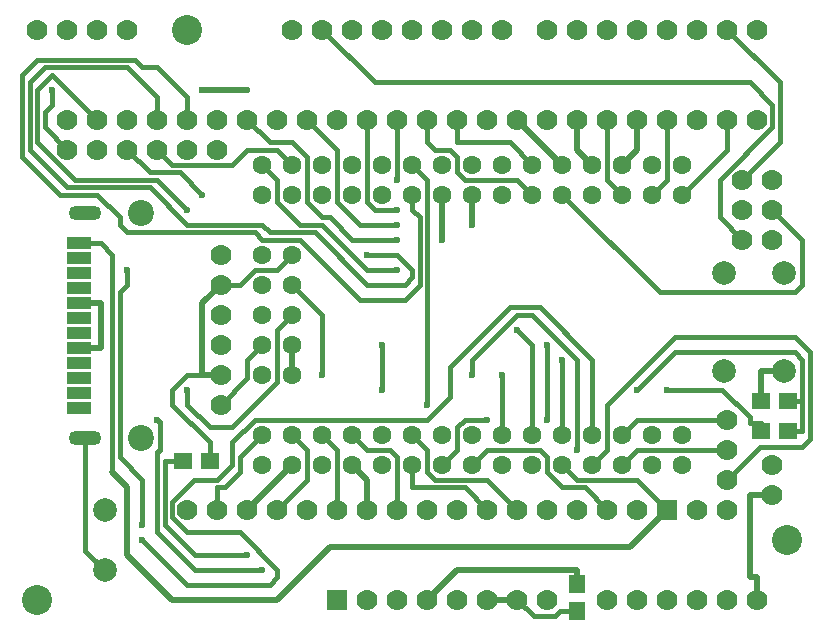
<source format=gbr>
G04 GERBER ASCII OUTPUT FROM: EDWINXP (VER. 1.61 REV. 20080915)*
G04 GERBER FORMAT: RX-274-X*
G04 BOARD: AMICUS_ETHERNET_SHIELD*
G04 ARTWORK OF COMP.LAYER POSITIVE*
%ASAXBY*%
%FSLAX23Y23*%
%MIA0B0*%
%MOIN*%
%OFA0.0000B0.0000*%
%SFA1B1*%
%IJA0B0*%
%INLAYER2POS*%
%IOA0B0*%
%IPPOS*%
%IR0*%
G04 APERTURE MACROS*
%AMEDWDONUT*
1,1,$1,$2,$3*
1,0,$4,$2,$3*
%
%AMEDWFRECT*
20,1,$1,$2,$3,$4,$5,$6*
%
%AMEDWORECT*
20,1,$1,$2,$3,$4,$5,$10*
20,1,$1,$4,$5,$6,$7,$10*
20,1,$1,$6,$7,$8,$9,$10*
20,1,$1,$8,$9,$2,$3,$10*
1,1,$1,$2,$3*
1,1,$1,$4,$5*
1,1,$1,$6,$7*
1,1,$1,$8,$9*
%
%AMEDWLINER*
20,1,$1,$2,$3,$4,$5,$6*
1,1,$1,$2,$3*
1,1,$1,$4,$5*
%
%AMEDWFTRNG*
4,1,3,$1,$2,$3,$4,$5,$6,$7,$8,$9*
%
%AMEDWATRNG*
4,1,3,$1,$2,$3,$4,$5,$6,$7,$8,$9*
20,1,$11,$1,$2,$3,$4,$10*
20,1,$11,$3,$4,$5,$6,$10*
20,1,$11,$5,$6,$7,$8,$10*
1,1,$11,$3,$4*
1,1,$11,$5,$6*
1,1,$11,$7,$8*
%
%AMEDWOTRNG*
20,1,$1,$2,$3,$4,$5,$8*
20,1,$1,$4,$5,$6,$7,$8*
20,1,$1,$6,$7,$2,$3,$8*
1,1,$1,$2,$3*
1,1,$1,$4,$5*
1,1,$1,$6,$7*
%
G04*
G04 APERTURE LIST*
%ADD10R,0.0700X0.0650*%
%ADD11R,0.0940X0.0890*%
%ADD12R,0.0600X0.0550*%
%ADD13R,0.0840X0.0790*%
%ADD14R,0.0650X0.0700*%
%ADD15R,0.0890X0.0940*%
%ADD16R,0.0550X0.0600*%
%ADD17R,0.0790X0.0840*%
%ADD18R,0.0860X0.0860*%
%ADD19R,0.1100X0.1100*%
%ADD20R,0.0700X0.0700*%
%ADD21R,0.0940X0.0940*%
%ADD22R,0.08661X0.04724*%
%ADD23R,0.11061X0.07124*%
%ADD24R,0.07874X0.03937*%
%ADD25R,0.10274X0.06337*%
%ADD26EDWLINER,0.05512X0.0315X0.0000X-0.0315X0.0000X0.0000*%
%ADD27EDWLINER,0.05512X-0.0315X0.0000X0.0315X0.0000X0.0000*%
%ADD28EDWLINER,0.04724X0.0315X0.0000X-0.0315X0.0000X0.0000*%
%ADD29EDWLINER,0.04724X-0.0315X0.0000X0.0315X0.0000X0.0000*%
%ADD30C,0.00039*%
%ADD32C,0.0010*%
%ADD34C,0.00118*%
%ADD36C,0.00197*%
%ADD38C,0.0020*%
%ADD39R,0.0020X0.0020*%
%ADD40C,0.0030*%
%ADD41R,0.0030X0.0030*%
%ADD42C,0.00394*%
%ADD44C,0.0040*%
%ADD45R,0.0040X0.0040*%
%ADD46C,0.0050*%
%ADD47R,0.0050X0.0050*%
%ADD48C,0.00512*%
%ADD49R,0.00512X0.00512*%
%ADD50C,0.00591*%
%ADD51R,0.00591X0.00591*%
%ADD52C,0.00659*%
%ADD53R,0.00659X0.00659*%
%ADD54C,0.00787*%
%ADD55R,0.00787X0.00787*%
%ADD56C,0.00799*%
%ADD58C,0.0080*%
%ADD60C,0.00886*%
%ADD61R,0.00886X0.00886*%
%ADD62C,0.00984*%
%ADD63R,0.00984X0.00984*%
%ADD64C,0.0100*%
%ADD65R,0.0100X0.0100*%
%ADD66C,0.01181*%
%ADD67R,0.01181X0.01181*%
%ADD68C,0.0120*%
%ADD70C,0.0126*%
%ADD71R,0.0126X0.0126*%
%ADD72C,0.0130*%
%ADD73R,0.0130X0.0130*%
%ADD74C,0.01378*%
%ADD75R,0.01378X0.01378*%
%ADD76C,0.0150*%
%ADD77R,0.0150X0.0150*%
%ADD78C,0.01575*%
%ADD80C,0.01654*%
%ADD81R,0.01654X0.01654*%
%ADD82C,0.01698*%
%ADD83R,0.01698X0.01698*%
%ADD84C,0.01797*%
%ADD85R,0.01797X0.01797*%
%ADD86C,0.01895*%
%ADD87R,0.01895X0.01895*%
%ADD88C,0.01969*%
%ADD89R,0.01969X0.01969*%
%ADD90C,0.01994*%
%ADD91R,0.01994X0.01994*%
%ADD92C,0.0200*%
%ADD94C,0.02092*%
%ADD95R,0.02092X0.02092*%
%ADD96C,0.02191*%
%ADD97R,0.02191X0.02191*%
%ADD98C,0.02289*%
%ADD99R,0.02289X0.02289*%
%ADD100C,0.02362*%
%ADD101R,0.02362X0.02362*%
%ADD102C,0.02387*%
%ADD103R,0.02387X0.02387*%
%ADD104C,0.0240*%
%ADD105R,0.0240X0.0240*%
%ADD106C,0.02439*%
%ADD107R,0.02439X0.02439*%
%ADD108C,0.02441*%
%ADD109R,0.02441X0.02441*%
%ADD110C,0.02486*%
%ADD111R,0.02486X0.02486*%
%ADD112C,0.0250*%
%ADD113R,0.0250X0.0250*%
%ADD114C,0.02597*%
%ADD116C,0.02683*%
%ADD117R,0.02683X0.02683*%
%ADD118C,0.02756*%
%ADD119R,0.02756X0.02756*%
%ADD120C,0.02781*%
%ADD121R,0.02781X0.02781*%
%ADD122C,0.02794*%
%ADD124C,0.0288*%
%ADD125R,0.0288X0.0288*%
%ADD126C,0.0290*%
%ADD128C,0.02912*%
%ADD129R,0.02912X0.02912*%
%ADD130C,0.03059*%
%ADD131R,0.03059X0.03059*%
%ADD132C,0.03076*%
%ADD133R,0.03076X0.03076*%
%ADD134C,0.0315*%
%ADD135R,0.0315X0.0315*%
%ADD136C,0.03175*%
%ADD137R,0.03175X0.03175*%
%ADD138C,0.03199*%
%ADD139R,0.03199X0.03199*%
%ADD140C,0.0320*%
%ADD141R,0.0320X0.0320*%
%ADD142C,0.03273*%
%ADD143R,0.03273X0.03273*%
%ADD144C,0.03372*%
%ADD145R,0.03372X0.03372*%
%ADD146C,0.03386*%
%ADD147R,0.03386X0.03386*%
%ADD148C,0.0347*%
%ADD149R,0.0347X0.0347*%
%ADD150C,0.0350*%
%ADD151R,0.0350X0.0350*%
%ADD152C,0.03536*%
%ADD153R,0.03536X0.03536*%
%ADD154C,0.03569*%
%ADD155R,0.03569X0.03569*%
%ADD156C,0.03581*%
%ADD157R,0.03581X0.03581*%
%ADD158C,0.0360*%
%ADD160C,0.03667*%
%ADD161R,0.03667X0.03667*%
%ADD162C,0.0370*%
%ADD163R,0.0370X0.0370*%
%ADD164C,0.03765*%
%ADD165R,0.03765X0.03765*%
%ADD166C,0.03778*%
%ADD167R,0.03778X0.03778*%
%ADD168C,0.03864*%
%ADD169R,0.03864X0.03864*%
%ADD170C,0.0390*%
%ADD171R,0.0390X0.0390*%
%ADD172C,0.03937*%
%ADD173R,0.03937X0.03937*%
%ADD174C,0.03975*%
%ADD176C,0.0400*%
%ADD177R,0.0400X0.0400*%
%ADD178C,0.04159*%
%ADD179R,0.04159X0.04159*%
%ADD180C,0.04173*%
%ADD181R,0.04173X0.04173*%
%ADD182C,0.04331*%
%ADD183R,0.04331X0.04331*%
%ADD184C,0.04356*%
%ADD185R,0.04356X0.04356*%
%ADD186C,0.04369*%
%ADD187R,0.04369X0.04369*%
%ADD188C,0.0440*%
%ADD190C,0.04454*%
%ADD191R,0.04454X0.04454*%
%ADD192C,0.0450*%
%ADD193R,0.0450X0.0450*%
%ADD194C,0.04553*%
%ADD195R,0.04553X0.04553*%
%ADD196C,0.04651*%
%ADD197R,0.04651X0.04651*%
%ADD198C,0.0470*%
%ADD199R,0.0470X0.0470*%
%ADD200C,0.04724*%
%ADD201R,0.04724X0.04724*%
%ADD202C,0.0475*%
%ADD203R,0.0475X0.0475*%
%ADD204C,0.04762*%
%ADD205R,0.04762X0.04762*%
%ADD206C,0.0480*%
%ADD207R,0.0480X0.0480*%
%ADD208C,0.0490*%
%ADD209R,0.0490X0.0490*%
%ADD210C,0.04921*%
%ADD211R,0.04921X0.04921*%
%ADD212C,0.04946*%
%ADD213R,0.04946X0.04946*%
%ADD214C,0.04961*%
%ADD215R,0.04961X0.04961*%
%ADD216C,0.0500*%
%ADD217R,0.0500X0.0500*%
%ADD218C,0.05045*%
%ADD219R,0.05045X0.05045*%
%ADD220C,0.05118*%
%ADD221R,0.05118X0.05118*%
%ADD222C,0.05143*%
%ADD223R,0.05143X0.05143*%
%ADD224C,0.05354*%
%ADD225R,0.05354X0.05354*%
%ADD226C,0.0550*%
%ADD227R,0.0550X0.0550*%
%ADD228C,0.05512*%
%ADD229R,0.05512X0.05512*%
%ADD230C,0.0555*%
%ADD231R,0.0555X0.0555*%
%ADD232C,0.0560*%
%ADD233R,0.0560X0.0560*%
%ADD234C,0.05635*%
%ADD235R,0.05635X0.05635*%
%ADD236C,0.0570*%
%ADD237R,0.0570X0.0570*%
%ADD238C,0.05734*%
%ADD239R,0.05734X0.05734*%
%ADD240C,0.05786*%
%ADD241R,0.05786X0.05786*%
%ADD242C,0.0580*%
%ADD243R,0.0580X0.0580*%
%ADD244C,0.0590*%
%ADD245R,0.0590X0.0590*%
%ADD246C,0.05906*%
%ADD247R,0.05906X0.05906*%
%ADD248C,0.05936*%
%ADD249R,0.05936X0.05936*%
%ADD250C,0.05945*%
%ADD251R,0.05945X0.05945*%
%ADD252C,0.0600*%
%ADD253R,0.0600X0.0600*%
%ADD254C,0.0620*%
%ADD256C,0.06201*%
%ADD258C,0.06299*%
%ADD259R,0.06299X0.06299*%
%ADD260C,0.06337*%
%ADD261R,0.06337X0.06337*%
%ADD262C,0.0640*%
%ADD263R,0.0640X0.0640*%
%ADD264C,0.06496*%
%ADD265R,0.06496X0.06496*%
%ADD266C,0.0650*%
%ADD267R,0.0650X0.0650*%
%ADD268C,0.06521*%
%ADD269R,0.06521X0.06521*%
%ADD270C,0.0662*%
%ADD271R,0.0662X0.0662*%
%ADD272C,0.06693*%
%ADD273R,0.06693X0.06693*%
%ADD274C,0.06731*%
%ADD275R,0.06731X0.06731*%
%ADD276C,0.0690*%
%ADD277R,0.0690X0.0690*%
%ADD278C,0.06906*%
%ADD279R,0.06906X0.06906*%
%ADD280C,0.0700*%
%ADD281R,0.0700X0.0700*%
%ADD282C,0.07008*%
%ADD283R,0.07008X0.07008*%
%ADD284C,0.07087*%
%ADD285R,0.07087X0.07087*%
%ADD286C,0.0710*%
%ADD287R,0.0710X0.0710*%
%ADD288C,0.07124*%
%ADD289R,0.07124X0.07124*%
%ADD290C,0.0720*%
%ADD291R,0.0720X0.0720*%
%ADD292C,0.07299*%
%ADD293R,0.07299X0.07299*%
%ADD294C,0.0740*%
%ADD295R,0.0740X0.0740*%
%ADD296C,0.0748*%
%ADD297R,0.0748X0.0748*%
%ADD298C,0.0750*%
%ADD299R,0.0750X0.0750*%
%ADD300C,0.07518*%
%ADD301R,0.07518X0.07518*%
%ADD302C,0.07598*%
%ADD304C,0.0760*%
%ADD305R,0.0760X0.0760*%
%ADD306C,0.07754*%
%ADD307R,0.07754X0.07754*%
%ADD308C,0.07795*%
%ADD309R,0.07795X0.07795*%
%ADD310C,0.07874*%
%ADD311R,0.07874X0.07874*%
%ADD312C,0.0790*%
%ADD313R,0.0790X0.0790*%
%ADD314C,0.07912*%
%ADD315R,0.07912X0.07912*%
%ADD316C,0.0800*%
%ADD317R,0.0800X0.0800*%
%ADD318C,0.0810*%
%ADD319R,0.0810X0.0810*%
%ADD320C,0.0820*%
%ADD321R,0.0820X0.0820*%
%ADD322C,0.08268*%
%ADD323R,0.08268X0.08268*%
%ADD324C,0.08306*%
%ADD325R,0.08306X0.08306*%
%ADD326C,0.08345*%
%ADD327R,0.08345X0.08345*%
%ADD328C,0.0840*%
%ADD329R,0.0840X0.0840*%
%ADD330C,0.08598*%
%ADD332C,0.0860*%
%ADD333R,0.0860X0.0860*%
%ADD334C,0.08601*%
%ADD336C,0.08661*%
%ADD337R,0.08661X0.08661*%
%ADD338C,0.08699*%
%ADD339R,0.08699X0.08699*%
%ADD340C,0.0870*%
%ADD341R,0.0870X0.0870*%
%ADD342C,0.08896*%
%ADD343R,0.08896X0.08896*%
%ADD344C,0.0890*%
%ADD345R,0.0890X0.0890*%
%ADD346C,0.0900*%
%ADD347R,0.0900X0.0900*%
%ADD348C,0.09093*%
%ADD349R,0.09093X0.09093*%
%ADD350C,0.0940*%
%ADD351R,0.0940X0.0940*%
%ADD352C,0.09449*%
%ADD354C,0.09487*%
%ADD356C,0.09528*%
%ADD357R,0.09528X0.09528*%
%ADD358C,0.0970*%
%ADD359R,0.0970X0.0970*%
%ADD360C,0.09843*%
%ADD361R,0.09843X0.09843*%
%ADD362C,0.0988*%
%ADD363R,0.0988X0.0988*%
%ADD364C,0.0990*%
%ADD365R,0.0990X0.0990*%
%ADD366C,0.09998*%
%ADD368C,0.1000*%
%ADD369R,0.1000X0.1000*%
%ADD370C,0.10236*%
%ADD371R,0.10236X0.10236*%
%ADD372C,0.10274*%
%ADD373R,0.10274X0.10274*%
%ADD374C,0.10315*%
%ADD375R,0.10315X0.10315*%
%ADD376C,0.1040*%
%ADD377R,0.1040X0.1040*%
%ADD378C,0.1063*%
%ADD379R,0.1063X0.1063*%
%ADD380C,0.10668*%
%ADD381R,0.10668X0.10668*%
%ADD382C,0.10998*%
%ADD384C,0.1100*%
%ADD385R,0.1100X0.1100*%
%ADD386C,0.11024*%
%ADD387R,0.11024X0.11024*%
%ADD388C,0.11061*%
%ADD389R,0.11061X0.11061*%
%ADD390C,0.1110*%
%ADD391R,0.1110X0.1110*%
%ADD392C,0.1120*%
%ADD393R,0.1120X0.1120*%
%ADD394C,0.1140*%
%ADD395R,0.1140X0.1140*%
%ADD396C,0.1150*%
%ADD397R,0.1150X0.1150*%
%ADD398C,0.11811*%
%ADD399R,0.11811X0.11811*%
%ADD400C,0.1200*%
%ADD401R,0.1200X0.1200*%
%ADD402C,0.1210*%
%ADD403R,0.1210X0.1210*%
%ADD404C,0.12243*%
%ADD405R,0.12243X0.12243*%
%ADD406C,0.1240*%
%ADD407R,0.1240X0.1240*%
%ADD408C,0.1250*%
%ADD409R,0.1250X0.1250*%
%ADD410C,0.12598*%
%ADD411R,0.12598X0.12598*%
%ADD412C,0.12636*%
%ADD413R,0.12636X0.12636*%
%ADD414C,0.12992*%
%ADD415R,0.12992X0.12992*%
%ADD416C,0.1300*%
%ADD417R,0.1300X0.1300*%
%ADD418C,0.1340*%
%ADD419R,0.1340X0.1340*%
%ADD420C,0.1350*%
%ADD421R,0.1350X0.1350*%
%ADD422C,0.1378*%
%ADD423R,0.1378X0.1378*%
%ADD424C,0.13787*%
%ADD425R,0.13787X0.13787*%
%ADD426C,0.1390*%
%ADD427R,0.1390X0.1390*%
%ADD428C,0.1420*%
%ADD429R,0.1420X0.1420*%
%ADD430C,0.1440*%
%ADD431R,0.1440X0.1440*%
%ADD432C,0.14567*%
%ADD433R,0.14567X0.14567*%
%ADD434C,0.1490*%
%ADD435R,0.1490X0.1490*%
%ADD436C,0.14961*%
%ADD437R,0.14961X0.14961*%
%ADD438C,0.15118*%
%ADD439R,0.15118X0.15118*%
%ADD440C,0.1520*%
%ADD441R,0.1520X0.1520*%
%ADD442C,0.15354*%
%ADD443R,0.15354X0.15354*%
%ADD444C,0.15374*%
%ADD445R,0.15374X0.15374*%
%ADD446C,0.1540*%
%ADD447R,0.1540X0.1540*%
%ADD448C,0.1560*%
%ADD449R,0.1560X0.1560*%
%ADD450C,0.15748*%
%ADD451R,0.15748X0.15748*%
%ADD452C,0.1590*%
%ADD453R,0.1590X0.1590*%
%ADD454C,0.1618*%
%ADD455R,0.1618X0.1618*%
%ADD456C,0.16187*%
%ADD457R,0.16187X0.16187*%
%ADD458C,0.16535*%
%ADD459R,0.16535X0.16535*%
%ADD460C,0.1660*%
%ADD461R,0.1660X0.1660*%
%ADD462C,0.1700*%
%ADD463R,0.1700X0.1700*%
%ADD464C,0.17323*%
%ADD466C,0.1760*%
%ADD467R,0.1760X0.1760*%
%ADD468C,0.17774*%
%ADD469R,0.17774X0.17774*%
%ADD470C,0.1800*%
%ADD471R,0.1800X0.1800*%
%ADD472C,0.18148*%
%ADD473R,0.18148X0.18148*%
%ADD474C,0.18504*%
%ADD476C,0.18898*%
%ADD478C,0.18935*%
%ADD479R,0.18935X0.18935*%
%ADD480C,0.1940*%
%ADD481R,0.1940X0.1940*%
%ADD482C,0.19685*%
%ADD483R,0.19685X0.19685*%
%ADD484C,0.20472*%
%ADD485R,0.20472X0.20472*%
%ADD486C,0.20904*%
%ADD488C,0.2126*%
%ADD490C,0.21298*%
%ADD492C,0.22085*%
%ADD493R,0.22085X0.22085*%
%ADD494C,0.22835*%
%ADD497R,0.22872X0.22872*%
%ADD499R,0.23622X0.23622*%
%ADD501R,0.24409X0.24409*%
%ADD503R,0.24937X0.24937*%
%ADD505R,0.26022X0.26022*%
%ADD507R,0.26142X0.26142*%
%ADD509R,0.26929X0.26929*%
%ADD511R,0.27337X0.27337*%
%ADD513R,0.31496X0.31496*%
%ADD515R,0.32811X0.32811*%
%ADD517R,0.33896X0.33896*%
%ADD519R,0.35211X0.35211*%
%ADD521R,0.35433X0.35433*%
%ADD523R,0.3622X0.3622*%
%ADD525R,0.37833X0.37833*%
%ADD527R,0.3862X0.3862*%
%ADD529R,0.4100X0.4100*%
%ADD531R,0.4200X0.4200*%
%ADD533R,0.4340X0.4340*%
%ADD535R,0.4440X0.4440*%
%ADD536C,0.5440*%
%ADD537R,0.5440X0.5440*%
%ADD538C,0.6440*%
%ADD539R,0.6440X0.6440*%
%ADD540C,0.7440*%
%ADD541R,0.7440X0.7440*%
%ADD542C,0.8440*%
%ADD543R,0.8440X0.8440*%
%ADD544C,0.9440*%
%ADD545R,0.9440X0.9440*%
%ADD546C,1.0440*%
%ADD547R,1.0440X1.0440*%
%ADD548C,1.1440*%
%ADD549R,1.1440X1.1440*%
%ADD550C,1.2440*%
%ADD551R,1.2440X1.2440*%
%ADD552C,1.3440*%
%ADD553R,1.3440X1.3440*%
%ADD554C,1.4440*%
%ADD555R,1.4440X1.4440*%
%ADD556C,1.5440*%
%ADD557R,1.5440X1.5440*%
%ADD558C,1.6440*%
%ADD559R,1.6440X1.6440*%
%ADD560C,1.7440*%
%ADD561R,1.7440X1.7440*%
%ADD562C,1.8440*%
%ADD563R,1.8440X1.8440*%
%ADD564C,1.9440*%
%ADD565R,1.9440X1.9440*%
G04*
D258*
X2250Y1550D02*D03*
X2250Y1450D02*D03*
X2150Y1550D02*D03*
X2150Y1450D02*D03*
X2050Y1550D02*D03*
X2050Y1450D02*D03*
X1950Y1550D02*D03*
X1950Y1450D02*D03*
X1850Y1550D02*D03*
X1850Y1450D02*D03*
X1750Y1550D02*D03*
X1750Y1450D02*D03*
X1650Y1550D02*D03*
X1650Y1450D02*D03*
X1550Y1550D02*D03*
X1550Y1450D02*D03*
X1450Y1550D02*D03*
X1450Y1450D02*D03*
X1350Y1550D02*D03*
X1350Y1450D02*D03*
X1250Y1550D02*D03*
X1250Y1450D02*D03*
X1150Y1550D02*D03*
X1150Y1450D02*D03*
X1050Y1550D02*D03*
X1050Y1450D02*D03*
X950Y1550D02*D03*
X950Y1450D02*D03*
X850Y1550D02*D03*
X850Y1450D02*D03*
X850Y650D02*D03*
X850Y550D02*D03*
X950Y650D02*D03*
X950Y550D02*D03*
X1050Y650D02*D03*
X1050Y550D02*D03*
X1150Y650D02*D03*
X1150Y550D02*D03*
X1250Y650D02*D03*
X1250Y550D02*D03*
X1350Y650D02*D03*
X1350Y550D02*D03*
X1450Y650D02*D03*
X1450Y550D02*D03*
X1550Y650D02*D03*
X1550Y550D02*D03*
X1650Y650D02*D03*
X1650Y550D02*D03*
X1750Y650D02*D03*
X1750Y550D02*D03*
X1850Y650D02*D03*
X1850Y550D02*D03*
X1950Y650D02*D03*
X1950Y550D02*D03*
X2050Y650D02*D03*
X2050Y550D02*D03*
X2150Y650D02*D03*
X2150Y550D02*D03*
X2250Y650D02*D03*
X2250Y550D02*D03*
X850Y1250D02*D03*
X950Y1250D02*D03*
X850Y1150D02*D03*
X950Y1150D02*D03*
X850Y1050D02*D03*
X950Y1050D02*D03*
X850Y950D02*D03*
X950Y950D02*D03*
X850Y850D02*D03*
X950Y850D02*D03*
D12* 
X2513Y663D02*D03*
X2603Y663D02*D03*
D16* 
X1900Y153D02*D03*
X1900Y63D02*D03*
D12* 
X2513Y763D02*D03*
X2603Y763D02*D03*
X675Y563D02*D03*
X585Y563D02*D03*
D280*
X2550Y1300D02*D03*
X2550Y1400D02*D03*
X2550Y1500D02*D03*
X2500Y1700D02*D03*
X2400Y1700D02*D03*
X2300Y1700D02*D03*
X2200Y1700D02*D03*
X2100Y1700D02*D03*
X2000Y1700D02*D03*
X1900Y1700D02*D03*
X1800Y1700D02*D03*
X1300Y400D02*D03*
X1200Y400D02*D03*
X1100Y400D02*D03*
X1000Y400D02*D03*
X900Y400D02*D03*
X800Y400D02*D03*
X700Y400D02*D03*
X600Y400D02*D03*
X900Y1700D02*D03*
X800Y1700D02*D03*
X700Y1700D02*D03*
X600Y1700D02*D03*
X500Y1700D02*D03*
X400Y1700D02*D03*
X300Y1700D02*D03*
X200Y1700D02*D03*
X1700Y1700D02*D03*
X1600Y1700D02*D03*
X1500Y1700D02*D03*
X1400Y1700D02*D03*
X1300Y1700D02*D03*
X1200Y1700D02*D03*
X1100Y1700D02*D03*
X1000Y1700D02*D03*
X2000Y100D02*D03*
X2100Y100D02*D03*
X2200Y100D02*D03*
X2300Y100D02*D03*
X2400Y100D02*D03*
X2500Y100D02*D03*
X950Y2000D02*D03*
X1050Y2000D02*D03*
X1150Y2000D02*D03*
X1250Y2000D02*D03*
X1350Y2000D02*D03*
X1450Y2000D02*D03*
X1550Y2000D02*D03*
X1650Y2000D02*D03*
X1300Y100D02*D03*
X1400Y100D02*D03*
X1500Y100D02*D03*
X1600Y100D02*D03*
X1700Y100D02*D03*
X1800Y100D02*D03*
X1800Y2000D02*D03*
X1900Y2000D02*D03*
X2000Y2000D02*D03*
X2100Y2000D02*D03*
X2200Y2000D02*D03*
X2300Y2000D02*D03*
X2400Y2000D02*D03*
X2500Y2000D02*D03*
X2100Y400D02*D03*
X2000Y400D02*D03*
X1900Y400D02*D03*
X1800Y400D02*D03*
X1700Y400D02*D03*
X1600Y400D02*D03*
X1500Y400D02*D03*
X1400Y400D02*D03*
D20* 
X2200Y400D02*D03*
D280*
X2300Y400D02*D03*
X2550Y550D02*D03*
X2550Y450D02*D03*
X713Y750D02*D03*
X713Y850D02*D03*
X713Y950D02*D03*
X713Y1050D02*D03*
X713Y1150D02*D03*
X713Y1250D02*D03*
D310*
X325Y400D02*D03*
X325Y200D02*D03*
D280*
X2400Y700D02*D03*
X2400Y600D02*D03*
X2400Y500D02*D03*
X2400Y400D02*D03*
D24* 
X238Y1288D02*D03*
X238Y1238D02*D03*
X238Y1188D02*D03*
X238Y1138D02*D03*
X238Y1088D02*D03*
X238Y1038D02*D03*
X238Y988D02*D03*
X238Y938D02*D03*
X238Y888D02*D03*
X238Y838D02*D03*
X238Y788D02*D03*
X238Y738D02*D03*
D336*
X446Y1388D02*D03*
X446Y638D02*D03*
D28* 
X261Y1388D02*D03*
X261Y638D02*D03*
D280*
X200Y1600D02*D03*
X300Y1600D02*D03*
X400Y1600D02*D03*
X500Y1600D02*D03*
X600Y1600D02*D03*
X700Y1600D02*D03*
X2450Y1300D02*D03*
X2450Y1400D02*D03*
X2450Y1500D02*D03*
D310*
X2388Y863D02*D03*
X2588Y863D02*D03*
X2588Y1188D02*D03*
X2388Y1188D02*D03*
D280*
X100Y2000D02*D03*
X200Y2000D02*D03*
X300Y2000D02*D03*
X400Y2000D02*D03*
D368*
X600Y2000D02*D03*
X100Y100D02*D03*
D20* 
X1100Y100D02*D03*
D280*
X1200Y100D02*D03*
D368*
X2600Y300D02*D03*
D100*
X1200Y1250D02*D03*
X1400Y750D02*D03*
X1450Y1300D02*D03*
X1300Y1300D02*D03*
X450Y350D02*D03*
X400Y1200D02*D03*
X1850Y900D02*D03*
X1050Y850D02*D03*
X1250Y950D02*D03*
X1250Y800D02*D03*
X850Y200D02*D03*
X2100Y800D02*D03*
X500Y700D02*D03*
X800Y250D02*D03*
X1300Y1200D02*D03*
X1550Y1350D02*D03*
X1300Y1350D02*D03*
X450Y300D02*D03*
X800Y1800D02*D03*
X650Y1800D02*D03*
X150Y1800D02*D03*
X650Y1450D02*D03*
X1300Y1400D02*D03*
X1300Y1500D02*D03*
X1650Y850D02*D03*
X600Y800D02*D03*
X2200Y800D02*D03*
X1600Y700D02*D03*
X1550Y850D02*D03*
X1900Y600D02*D03*
X600Y1400D02*D03*
X1700Y1000D02*D03*
X1800Y700D02*D03*
X1800Y950D02*D03*
D92* 
X950Y950D02*
X950Y850D01*
D78* 
X850Y1550D02*
X900Y1500D01*
X900Y1425D01*
X975Y1350D01*
X1050Y1350D01*
X1200Y1200D01*
X1300Y1200D01*
X325Y200D02*
X261Y264D01*
X261Y638D01*
D92* 
X1600Y100D02*
X1700Y100D01*
X2588Y863D02*
X2513Y863D01*
X2513Y763D01*
D78* 
X1700Y100D02*
X1755Y45D01*
X1825Y45D01*
X1843Y63D01*
X1900Y63D01*
X800Y250D02*
X625Y250D01*
X525Y350D01*
X525Y563D01*
X585Y563D01*
X713Y1150D02*
X775Y1150D01*
X825Y1200D01*
X900Y1200D01*
X950Y1250D01*
D92* 
X238Y1088D02*
X314Y1088D01*
X314Y938D01*
X238Y938D01*
X650Y850D02*
X713Y850D01*
X713Y1150D02*
X650Y1088D01*
X650Y850D01*
D78* 
X650Y850D02*
X600Y850D01*
X550Y800D01*
X550Y750D01*
X675Y625D01*
X675Y624D01*
X675Y561D01*
X675Y563D01*
X1150Y650D02*
X1200Y600D01*
X1275Y600D01*
X1300Y575D01*
X1300Y400D01*
X1250Y950D02*
X1250Y800D01*
D92* 
X1400Y100D02*
X1500Y200D01*
X1900Y200D01*
X1900Y153D01*
D78* 
X2650Y763D02*
X2603Y763D01*
X500Y700D02*
X509Y691D01*
X509Y600D01*
X500Y591D01*
X500Y325D01*
X625Y200D01*
X850Y200D01*
X2100Y800D02*
X2225Y925D01*
X2625Y925D01*
X2650Y900D01*
X2650Y763D01*
X2650Y663D01*
X2603Y663D01*
X850Y650D02*
X775Y575D01*
X775Y525D01*
X725Y475D01*
X700Y475D01*
X700Y400D01*
X2200Y400D02*
X2100Y500D01*
X1900Y500D01*
X1850Y550D01*
D92* 
X2200Y400D02*
X2075Y275D01*
X1075Y275D01*
X900Y100D01*
X550Y100D01*
X400Y250D01*
X400Y475D01*
X350Y525D01*
D78* 
X350Y525D02*
X350Y1250D01*
X313Y1288D01*
X238Y1288D01*
D92* 
X800Y400D02*
X950Y550D01*
D78* 
X950Y650D02*
X1000Y600D01*
X1000Y500D01*
X900Y400D01*
X1100Y400D02*
X1100Y600D01*
X1050Y650D01*
X450Y350D02*
X450Y500D01*
X375Y575D01*
X375Y1125D01*
X400Y1150D01*
X400Y1200D01*
X1850Y900D02*
X1850Y650D01*
D92* 
X1200Y400D02*
X1200Y500D01*
X1150Y550D01*
D78* 
X1050Y850D02*
X1050Y1050D01*
X950Y1150D01*
X1550Y850D02*
X1550Y900D01*
X1700Y1050D01*
X1750Y1050D01*
X1900Y900D01*
X1900Y600D01*
X1550Y550D02*
X1600Y600D01*
X1775Y600D01*
X1800Y575D01*
X1800Y525D01*
X1850Y475D01*
X1925Y475D01*
X2000Y400D01*
X600Y1400D02*
X500Y1500D01*
X225Y1500D01*
X100Y1625D01*
X100Y1800D01*
X150Y1850D01*
X300Y1700D01*
X1200Y1250D02*
X1300Y1250D01*
X1350Y1200D01*
X1350Y1175D01*
X1325Y1150D01*
X1200Y1150D01*
X1025Y1325D01*
X875Y1325D01*
X850Y1350D01*
X600Y1350D01*
X475Y1475D01*
X200Y1475D01*
X75Y1600D01*
X75Y1825D01*
X125Y1875D01*
X400Y1875D01*
X500Y1775D01*
X500Y1700D01*
X600Y1700D02*
X600Y1775D01*
X500Y1875D01*
X450Y1875D01*
X425Y1900D01*
X100Y1900D01*
X50Y1850D01*
X50Y1575D01*
X175Y1450D01*
X300Y1450D01*
X375Y1375D01*
X375Y1350D01*
X400Y1325D01*
X825Y1325D01*
X850Y1300D01*
X975Y1300D01*
X1175Y1100D01*
X1325Y1100D01*
X1375Y1150D01*
X1375Y1375D01*
X1350Y1400D01*
X1350Y1450D01*
X1400Y750D02*
X1400Y1500D01*
X1350Y1550D01*
D92* 
X1450Y1300D02*
X1450Y1450D01*
D78* 
X1300Y1300D02*
X1150Y1300D01*
X1075Y1375D01*
X1050Y1375D01*
X1000Y1425D01*
X1000Y1575D01*
X950Y1625D01*
X875Y1625D01*
X800Y1700D01*
X600Y800D02*
X600Y750D01*
X675Y675D01*
X750Y675D01*
X900Y825D01*
X900Y1000D01*
X950Y1050D01*
X2200Y800D02*
X2384Y800D01*
X2475Y709D01*
X2475Y690D01*
X2513Y690D01*
X2513Y663D01*
X713Y750D02*
X800Y838D01*
X800Y900D01*
X850Y950D01*
X1350Y650D02*
X1400Y600D01*
X1400Y525D01*
X1425Y500D01*
X1600Y500D01*
X1700Y400D01*
X1600Y700D02*
X1525Y700D01*
X1500Y675D01*
X1500Y600D01*
X1450Y550D01*
X1300Y1500D02*
X1300Y1700D01*
X2400Y2000D02*
X2575Y1825D01*
X2575Y1625D01*
X2450Y1500D01*
X1750Y1450D02*
X1700Y1500D01*
X1525Y1500D01*
X1500Y1525D01*
X1500Y1575D01*
X1475Y1600D01*
X1425Y1600D01*
X1400Y1625D01*
X1400Y1700D01*
X1750Y1550D02*
X1675Y1625D01*
X1500Y1625D01*
X1500Y1700D01*
X1850Y1450D02*
X2175Y1125D01*
X2625Y1125D01*
X2650Y1150D01*
X2650Y1300D01*
X2550Y1400D01*
D92* 
X1850Y1550D02*
X1700Y1700D01*
D78* 
X1350Y550D02*
X1350Y475D01*
X1525Y475D01*
X1600Y400D01*
X1650Y850D02*
X1650Y650D01*
D92* 
X1550Y1350D02*
X1550Y1450D01*
D78* 
X1300Y1350D02*
X1175Y1350D01*
X1100Y1425D01*
X1100Y1600D01*
X1000Y1700D01*
X450Y300D02*
X600Y150D01*
X875Y150D01*
X900Y175D01*
X900Y200D01*
X775Y325D01*
X600Y325D01*
X549Y376D01*
X549Y425D01*
X624Y500D01*
X700Y500D01*
X750Y550D01*
X750Y625D01*
X825Y700D01*
X1400Y700D01*
X1475Y775D01*
X1475Y875D01*
X1675Y1075D01*
X1775Y1075D01*
X1950Y900D01*
X1950Y650D01*
D92* 
X800Y1800D02*
X650Y1800D01*
D78* 
X150Y1800D02*
X150Y1750D01*
X125Y1725D01*
X125Y1675D01*
X200Y1600D01*
X650Y1450D02*
X575Y1525D01*
X475Y1525D01*
X400Y1600D01*
X500Y1600D02*
X551Y1549D01*
X749Y1549D01*
X800Y1600D01*
X900Y1600D01*
X950Y1550D01*
X1300Y1400D02*
X1225Y1400D01*
X1200Y1425D01*
X1200Y1700D01*
D92* 
X2500Y100D02*
X2500Y175D01*
X2475Y175D01*
X2475Y450D01*
X2550Y450D01*
D78* 
X1800Y700D02*
X1800Y950D01*
X2400Y500D02*
X2510Y610D01*
X2650Y610D01*
X2675Y635D01*
X2675Y925D01*
X2625Y975D01*
X2225Y975D01*
X2000Y750D01*
X2000Y600D01*
X1950Y550D01*
X2400Y600D02*
X2100Y600D01*
X2050Y550D01*
D92* 
X1950Y1550D02*
X1900Y1600D01*
X1900Y1700D01*
D78* 
X2050Y650D02*
X2100Y700D01*
X2400Y700D01*
X2050Y1450D02*
X2000Y1500D01*
X2000Y1700D01*
D92* 
X2050Y1550D02*
X2100Y1600D01*
X2100Y1700D01*
D78* 
X2150Y1450D02*
X2200Y1500D01*
X2200Y1700D01*
X2250Y1450D02*
X2400Y1600D01*
X2400Y1700D01*
X1050Y2000D02*
X1225Y1825D01*
X2475Y1825D01*
X2551Y1749D01*
X2551Y1676D01*
X2375Y1500D01*
X2375Y1375D01*
X2450Y1300D01*
X1700Y1000D02*
X1750Y950D01*
X1750Y650D01*
M02*

</source>
